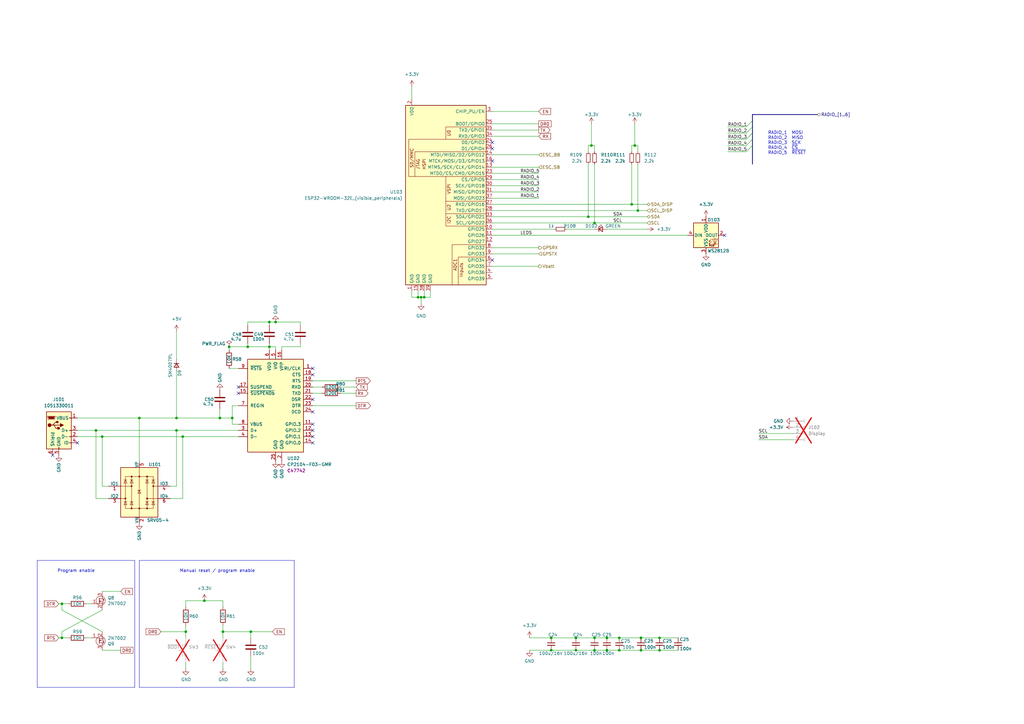
<source format=kicad_sch>
(kicad_sch (version 20231120) (generator "eeschema") (generator_version "8.0")
  (paper "A3")
  (lib_symbols
    (symbol "Airsupplies:ESP32-WROOM-32E_(visible_peripherals)"
      (property "Reference" "U" (at -12.7 40.64 0))
      (property "Value" "ESP32-WROOM-32E_(visible_peripherals)" (at -12.7 38.1 0))
      (symbol "ESP32-WROOM-32E_(visible_peripherals)_0_0"
        (text "inputs" (at 6.35 -33.655 900) (effects (font (size 1.27 1.27)) (justify left)))
        (text "SD/MMC" (at -13.97 15.24 900) (effects (font (size 1.27 1.27))))
        (pin power_in line (at -13.97 -39.37 90) (length 2.54) (name "GND") (number "1"))
        (pin bidirectional line (at 19.05 -13.97 180) (length 2.54) (name "GPIO25") (number "10"))
        (pin bidirectional line (at 19.05 -16.51 180) (length 2.54) (name "GPIO26") (number "11"))
        (pin bidirectional line (at 19.05 -19.05 180) (length 2.54) (name "GPIO27") (number "12"))
        (pin bidirectional line (at 19.05 11.43 180) (length 2.54) (name "MTMS/SCK/CLK/GPIO14") (number "13"))
        (pin bidirectional line (at 19.05 16.51 180) (length 2.54) (name "MTDI/MISO/D2/GPIO12") (number "14"))
        (pin bidirectional line (at 19.05 13.97 180) (length 2.54) (name "MTCK/MOSI/D3/GPIO13") (number "16"))
        (pin no_connect line (at -19.05 3.81 0) (length 2.54) hide (name "NC") (number "17"))
        (pin no_connect line (at -19.05 1.27 0) (length 2.54) hide (name "NC") (number "18"))
        (pin no_connect line (at -19.05 -1.27 0) (length 2.54) hide (name "NC") (number "19"))
        (pin power_in line (at -13.97 39.37 270) (length 2.54) (name "VDD") (number "2"))
        (pin no_connect line (at -19.05 -3.81 0) (length 2.54) hide (name "NC") (number "20"))
        (pin no_connect line (at -19.05 -6.35 0) (length 2.54) hide (name "NC") (number "21"))
        (pin no_connect line (at -19.05 -8.89 0) (length 2.54) hide (name "NC") (number "22"))
        (pin bidirectional line (at 19.05 8.89 180) (length 2.54) (name "MTDO/CS/CMD/GPIO15") (number "23"))
        (pin bidirectional line (at 19.05 21.59 180) (length 2.54) (name "D0/GPIO2") (number "24"))
        (pin bidirectional line (at 19.05 29.21 180) (length 2.54) (name "BOOT/GPIO0") (number "25"))
        (pin bidirectional line (at 19.05 19.05 180) (length 2.54) (name "D1/GPIO4") (number "26"))
        (pin bidirectional line (at 19.05 -3.81 180) (length 2.54) (name "RXD/GPIO16") (number "27"))
        (pin bidirectional line (at 19.05 -6.35 180) (length 2.54) (name "TXD/GPIO17") (number "28"))
        (pin bidirectional line (at 19.05 6.35 180) (length 2.54) (name "CS/GPIO5") (number "29"))
        (pin input line (at 19.05 34.29 180) (length 2.54) (name "CHIP_PU/EN") (number "3"))
        (pin bidirectional line (at 19.05 3.81 180) (length 2.54) (name "SCK/GPIO18") (number "30"))
        (pin bidirectional line (at 19.05 1.27 180) (length 2.54) (name "MISO/GPIO19") (number "31"))
        (pin bidirectional line (at 19.05 -8.89 180) (length 2.54) (name "SDA/GPIO21") (number "33"))
        (pin bidirectional line (at 19.05 24.13 180) (length 2.54) (name "RXD/GPIO3") (number "34"))
        (pin bidirectional line (at 19.05 26.67 180) (length 2.54) (name "TXD/GPIO1") (number "35"))
        (pin bidirectional line (at 19.05 -11.43 180) (length 2.54) (name "SCL/GPIO22") (number "36"))
        (pin bidirectional line (at 19.05 -1.27 180) (length 2.54) (name "MOSI/GPIO23") (number "37"))
        (pin input line (at 19.05 -31.75 180) (length 2.54) (name "GPIO36") (number "4"))
        (pin input line (at 19.05 -34.29 180) (length 2.54) (name "GPIO39") (number "5"))
        (pin input line (at 19.05 -26.67 180) (length 2.54) (name "GPIO34") (number "6"))
        (pin input line (at 19.05 -29.21 180) (length 2.54) (name "GPIO35") (number "7"))
        (pin bidirectional line (at 19.05 -21.59 180) (length 2.54) (name "GPIO32") (number "8"))
        (pin bidirectional line (at 19.05 -24.13 180) (length 2.54) (name "GPIO33") (number "9"))
      )
      (symbol "ESP32-WROOM-32E_(visible_peripherals)_1_1"
        (text "ADC1" (at 3.81 -28.575 900) (effects (font (size 1.27 1.27))))
        (text "HSPI" (at -8.89 12.7 900) (effects (font (size 1.27 1.27))))
        (text "I2C" (at 1.27 -10.16 900) (effects (font (size 1.27 1.27))))
        (text "JTAG" (at -11.43 12.7 900) (effects (font (size 1.27 1.27))))
        (text "U0" (at 1.27 25.4 900) (effects (font (size 1.27 1.27))))
        (text "U2" (at 1.27 -5.08 900) (effects (font (size 1.27 1.27))))
        (text "VSPI" (at 1.27 2.54 900) (effects (font (size 1.27 1.27))))
        (pin power_in line (at -11.43 -39.37 90) (length 2.54) (name "GND") (number "15"))
        (pin no_connect line (at -19.05 -11.43 0) (length 2.54) hide (name "NC") (number "32"))
        (pin power_in line (at -8.89 -39.37 90) (length 2.54) (name "GND") (number "38"))
        (pin power_in line (at -6.35 -39.37 90) (length 2.54) (name "GND") (number "39"))
      )
    )
    (symbol "Confocal:CP2104-F03-GMR" (pin_names (offset 1.016))
      (property "Reference" "U" (at -5.08 22.225 0))
      (property "Value" "CP2104-F03-GMR" (at -5.08 20.32 0))
      (property "LCSC" "C47742" (at 0 0 0))
      (symbol "CP2104-F03-GMR_1_1"
        (pin bidirectional line (at 15.24 15.24 180) (length 3.81) (name "RI/CLK") (number "1"))
        (pin no_connect line (at 10.16 -22.86 90) (length 3.81) hide (name "NC") (number "10"))
        (pin bidirectional line (at 15.24 -7.62 180) (length 3.81) (name "GPIO.3") (number "11"))
        (pin bidirectional line (at 15.24 -10.16 180) (length 3.81) (name "GPIO.2") (number "12"))
        (pin bidirectional line (at 15.24 -12.7 180) (length 3.81) (name "GPIO.1") (number "13"))
        (pin bidirectional line (at 15.24 -15.24 180) (length 3.81) (name "GPIO.0") (number "14"))
        (pin output line (at -15.24 5.08 0) (length 3.81) (name "~{SUSPENDb}") (number "15"))
        (pin output line (at 2.54 22.86 270) (length 3.81) (name "VPP") (number "16"))
        (pin output line (at -15.24 7.62 0) (length 3.81) (name "SUSPEND") (number "17"))
        (pin input line (at 15.24 12.7 180) (length 3.81) (name "CTS") (number "18"))
        (pin output line (at 15.24 10.16 180) (length 3.81) (name "RTS") (number "19"))
        (pin power_in line (at 2.54 -22.86 90) (length 3.81) (name "GND") (number "2"))
        (pin input line (at 15.24 7.62 180) (length 3.81) (name "RXD") (number "20"))
        (pin output line (at 15.24 5.08 180) (length 3.81) (name "TXD") (number "21"))
        (pin input line (at 15.24 2.54 180) (length 3.81) (name "DSR") (number "22"))
        (pin output line (at 15.24 0 180) (length 3.81) (name "DTR") (number "23"))
        (pin input line (at 15.24 -2.54 180) (length 3.81) (name "DCD") (number "24"))
        (pin power_in line (at 0 -22.86 90) (length 3.81) (name "GND") (number "25"))
        (pin bidirectional line (at -15.24 -10.16 0) (length 3.81) (name "D+") (number "3"))
        (pin bidirectional line (at -15.24 -12.7 0) (length 3.81) (name "D-") (number "4"))
        (pin power_in line (at 0 22.86 270) (length 3.81) (name "VIO") (number "5"))
        (pin power_in line (at -2.54 22.86 270) (length 3.81) (name "VDD") (number "6"))
        (pin power_in line (at -15.24 0 0) (length 3.81) (name "REGIN") (number "7"))
        (pin input line (at -15.24 -7.62 0) (length 3.81) (name "VBUS") (number "8"))
        (pin input line (at -15.24 15.24 0) (length 3.81) (name "~{RSTb}") (number "9"))
      )
    )
    (symbol "Connector:Conn_01x04_Socket" (pin_names (offset 1.016) hide)
      (property "Reference" "J" (at 0 5.08 0))
      (property "Value" "Conn_01x04_Socket" (at 0 -7.62 0))
      (symbol "Conn_01x04_Socket_1_1"
        (pin passive line (at -5.08 2.54 0) (length 3.81) (name "Pin_1") (number "1"))
        (pin passive line (at -5.08 0 0) (length 3.81) (name "Pin_2") (number "2"))
        (pin passive line (at -5.08 -2.54 0) (length 3.81) (name "Pin_3") (number "3"))
        (pin passive line (at -5.08 -5.08 0) (length 3.81) (name "Pin_4") (number "4"))
      )
    )
    (symbol "Connector:USB_B_Mini" (pin_names (offset 1.016))
      (property "Reference" "J" (at -5.08 11.43 0))
      (property "Value" "USB_B_Mini" (at -5.08 8.89 0))
      (symbol "USB_B_Mini_1_1"
        (pin power_out line (at 7.62 5.08 180) (length 2.54) (name "VBUS") (number "1"))
        (pin bidirectional line (at 7.62 -2.54 180) (length 2.54) (name "D-") (number "2"))
        (pin bidirectional line (at 7.62 0 180) (length 2.54) (name "D+") (number "3"))
        (pin passive line (at 7.62 -5.08 180) (length 2.54) (name "ID") (number "4"))
        (pin power_out line (at 0 -10.16 90) (length 2.54) (name "GND") (number "5"))
        (pin passive line (at -2.54 -10.16 90) (length 2.54) (name "Shield") (number "6"))
      )
    )
    (symbol "Device:C" (pin_numbers hide) (pin_names (offset 0.254))
      (property "Reference" "C" (at 0.635 2.54 0))
      (property "Value" "C" (at 0.635 -2.54 0))
      (symbol "C_1_1"
        (pin passive line (at 0 3.81 270) (length 2.794) (name "~") (number "1"))
        (pin passive line (at 0 -3.81 90) (length 2.794) (name "~") (number "2"))
      )
    )
    (symbol "Device:C_Small" (pin_numbers hide) (pin_names (offset 0.254) hide)
      (property "Reference" "C" (at 0.254 1.778 0))
      (property "Value" "C_Small" (at 0.254 -2.032 0))
      (symbol "C_Small_1_1"
        (pin passive line (at 0 2.54 270) (length 2.032) (name "~") (number "1"))
        (pin passive line (at 0 -2.54 90) (length 2.032) (name "~") (number "2"))
      )
    )
    (symbol "Device:D_Small" (pin_numbers hide) (pin_names (offset 0.254) hide)
      (property "Reference" "D" (at -1.27 2.032 0))
      (property "Value" "D_Small" (at -3.81 -2.032 0))
      (symbol "D_Small_1_1"
        (pin passive line (at -2.54 0 0) (length 1.778) (name "K") (number "1"))
        (pin passive line (at 2.54 0 180) (length 1.778) (name "A") (number "2"))
      )
    )
    (symbol "Device:LED_Small" (pin_numbers hide) (pin_names (offset 0.254) hide)
      (property "Reference" "D" (at -1.27 3.175 0))
      (property "Value" "LED_Small" (at -4.445 -2.54 0))
      (symbol "LED_Small_1_1"
        (pin passive line (at -2.54 0 0) (length 1.778) (name "K") (number "1"))
        (pin passive line (at 2.54 0 180) (length 1.778) (name "A") (number "2"))
      )
    )
    (symbol "Device:R" (pin_numbers hide) (pin_names (offset 0))
      (property "Reference" "R" (at 2.032 0 90))
      (property "Value" "R" (at 0 0 90))
      (symbol "R_1_1"
        (pin passive line (at 0 3.81 270) (length 1.27) (name "~") (number "1"))
        (pin passive line (at 0 -3.81 90) (length 1.27) (name "~") (number "2"))
      )
    )
    (symbol "Device:R_Small" (pin_numbers hide) (pin_names (offset 0.254) hide)
      (property "Reference" "R" (at 0.762 0.508 0))
      (property "Value" "R_Small" (at 0.762 -1.016 0))
      (symbol "R_Small_1_1"
        (pin passive line (at 0 2.54 270) (length 0.762) (name "~") (number "1"))
        (pin passive line (at 0 -2.54 90) (length 0.762) (name "~") (number "2"))
      )
    )
    (symbol "LED:WS2812B" (pin_names (offset 0.254))
      (property "Reference" "D" (at 5.08 5.715 0))
      (property "Value" "WS2812B" (at 1.27 -5.715 0))
      (symbol "WS2812B_0_0"
        (text "RGB" (at 2.286 -4.191 0) (effects (font (size 0.762 0.762))))
      )
      (symbol "WS2812B_1_1"
        (pin power_in line (at 0 7.62 270) (length 2.54) (name "VDD") (number "1"))
        (pin output line (at 7.62 0 180) (length 2.54) (name "DOUT") (number "2"))
        (pin power_in line (at 0 -7.62 90) (length 2.54) (name "VSS") (number "3"))
        (pin input line (at -7.62 0 0) (length 2.54) (name "DIN") (number "4"))
      )
    )
    (symbol "Power_Protection:SRV05-4" (pin_names (offset 0))
      (property "Reference" "U" (at -5.08 11.43 0))
      (property "Value" "SRV05-4" (at 2.54 11.43 0))
      (symbol "SRV05-4_1_1"
        (pin passive line (at -12.7 2.54 0) (length 5.08) (name "IO1") (number "1"))
        (pin passive line (at 0 -12.7 90) (length 2.54) (name "VN") (number "2"))
        (pin passive line (at -12.7 -2.54 0) (length 5.08) (name "IO2") (number "3"))
        (pin passive line (at 12.7 2.54 180) (length 5.08) (name "IO3") (number "4"))
        (pin passive line (at 0 12.7 270) (length 2.54) (name "VP") (number "5"))
        (pin passive line (at 12.7 -2.54 180) (length 5.08) (name "IO4") (number "6"))
      )
    )
    (symbol "SmartBox4-0V1.2-rescue:NFET_small-AirSupplies-Repeater_4x_V1_0-rescue-Repeater_4x_USB_V1.1-rescue" (pin_names (offset 0) hide)
      (property "Reference" "Q" (at 4.826 1.016 0))
      (property "Value" "NFET_small-AirSupplies-Repeater_4x_V1_0-rescue-Repeater_4x_USB_V1.1-rescue" (at 1.27 2.413 0))
      (symbol "NFET_small-AirSupplies-Repeater_4x_V1_0-rescue-Repeater_4x_USB_V1.1-rescue_1_1"
        (pin input line (at -3.175 -1.27 0) (length 2.54) (name "B") (number "1"))
        (pin passive line (at 1.27 -3.81 90) (length 2.54) (name "E") (number "2"))
        (pin passive line (at 1.27 3.81 270) (length 2.54) (name "C") (number "3"))
      )
    )
    (symbol "Switch:SW_Push" (pin_numbers hide) (pin_names (offset 1.016) hide)
      (property "Reference" "SW" (at 1.27 2.54 0))
      (property "Value" "SW_Push" (at 0 -1.524 0))
      (symbol "SW_Push_0_1"
        (pin passive line (at -5.08 0 0) (length 2.54) (name "1") (number "1"))
        (pin passive line (at 5.08 0 180) (length 2.54) (name "2") (number "2"))
      )
    )
    (symbol "power:+3.3V" (power) (pin_names (offset 0))
      (property "Value" "+3.3V" (at 0 3.556 0))
      (symbol "+3.3V_1_1"
        (pin power_in line (at 0 0 90) (length 0) hide (name "+3.3V") (number "1"))
      )
    )
    (symbol "power:+5V" (power) (pin_names (offset 0))
      (property "Value" "+5V" (at 0 3.556 0))
      (symbol "+5V_1_1"
        (pin power_in line (at 0 0 90) (length 0) hide (name "+5V") (number "1"))
      )
    )
    (symbol "power:GND" (power) (pin_names (offset 0))
      (property "Value" "GND" (at 0 -3.81 0))
      (symbol "GND_1_1"
        (pin power_in line (at 0 0 270) (length 0) hide (name "GND") (number "1"))
      )
    )
    (symbol "power:PWR_FLAG" (power) (pin_numbers hide) (pin_names (offset 0) hide)
      (property "Value" "PWR_FLAG" (at 0 3.81 0))
      (symbol "PWR_FLAG_0_0"
        (pin power_out line (at 0 0 90) (length 0) (name "pwr") (number "1"))
      )
    )
  )
  (junction (at 76.2 259.08))
  (junction (at 57.15 171.45))
  (junction (at 259.08 83.82))
  (junction (at 39.37 176.53))
  (junction (at 243.84 266.7))
  (junction (at 254 261.62))
  (junction (at 95.25 171.45))
  (junction (at 243.84 261.62))
  (junction (at 91.44 259.08))
  (junction (at 270.51 261.62))
  (junction (at 270.51 266.7))
  (junction (at 236.22 266.7))
  (junction (at 171.45 121.92))
  (junction (at 226.06 266.7))
  (junction (at 83.82 246.38))
  (junction (at 248.92 261.62))
  (junction (at 72.39 176.53))
  (junction (at 248.92 266.7))
  (junction (at 101.6 142.24))
  (junction (at 254 266.7))
  (junction (at 173.99 121.92))
  (junction (at 243.84 91.44))
  (junction (at 102.87 259.08))
  (junction (at 261.62 86.36))
  (junction (at 242.57 59.69))
  (junction (at 110.49 142.24))
  (junction (at 236.22 261.62))
  (junction (at 113.03 132.08))
  (junction (at 110.49 132.08))
  (junction (at 262.89 266.7))
  (junction (at 90.17 171.45))
  (junction (at 241.3 88.9))
  (junction (at 25.4 247.65))
  (junction (at 226.06 261.62))
  (junction (at 262.89 261.62))
  (junction (at 25.4 261.62))
  (junction (at 41.91 179.07))
  (junction (at 93.98 142.24))
  (junction (at 172.72 121.92))
  (junction (at 72.39 171.45))
  (junction (at 260.35 59.69))
  (junction (at 74.93 179.07))
  (no_connect (at 201.93 106.68))
  (no_connect (at 201.93 60.96))
  (no_connect (at 128.27 163.83))
  (no_connect (at 201.93 58.42))
  (no_connect (at 297.18 96.52))
  (no_connect (at 128.27 168.91))
  (no_connect (at 97.79 158.75))
  (no_connect (at 97.79 161.29))
  (no_connect (at 128.27 151.13))
  (no_connect (at 21.59 186.69))
  (no_connect (at 128.27 173.99))
  (no_connect (at 31.75 181.61))
  (no_connect (at 128.27 181.61))
  (no_connect (at 128.27 176.53))
  (no_connect (at 128.27 179.07))
  (no_connect (at 128.27 153.67))
  (no_connect (at 201.93 66.04))
  (bus_entry (at 308.61 57.15) (size -2.54 2.54))
  (bus_entry (at 308.61 59.69) (size -2.54 2.54))
  (bus_entry (at 308.61 54.61) (size -2.54 2.54))
  (bus_entry (at 308.61 52.07) (size -2.54 2.54))
  (bus_entry (at 308.61 49.53) (size -2.54 2.54))
  (wire (pts (xy 57.15 171.45) (xy 57.15 189.23)))
  (wire (pts (xy 226.06 261.62) (xy 236.22 261.62)))
  (wire (pts (xy 41.91 179.07) (xy 41.91 199.39)))
  (wire (pts (xy 220.98 68.58) (xy 201.93 68.58)))
  (wire (pts (xy 201.93 73.66) (xy 220.98 73.66)))
  (wire (pts (xy 115.57 143.51) (xy 115.57 142.24)))
  (wire (pts (xy 243.84 91.44) (xy 265.43 91.44)))
  (bus (pts (xy 308.61 57.15) (xy 308.61 59.69)))
  (wire (pts (xy 201.93 78.74) (xy 220.98 78.74)))
  (wire (pts (xy 101.6 132.08) (xy 110.49 132.08)))
  (wire (pts (xy 261.62 86.36) (xy 201.93 86.36)))
  (wire (pts (xy 265.43 83.82) (xy 259.08 83.82)))
  (wire (pts (xy 172.72 121.92) (xy 172.72 124.46)))
  (wire (pts (xy 242.57 50.8) (xy 242.57 59.69)))
  (wire (pts (xy 72.39 176.53) (xy 97.79 176.53)))
  (wire (pts (xy 298.45 59.69) (xy 306.07 59.69)))
  (wire (pts (xy 311.15 177.8) (xy 325.12 177.8)))
  (wire (pts (xy 232.41 93.98) (xy 243.84 93.98)))
  (wire (pts (xy 311.15 180.34) (xy 325.12 180.34)))
  (wire (pts (xy 236.22 266.7) (xy 243.84 266.7)))
  (wire (pts (xy 172.72 121.92) (xy 173.99 121.92)))
  (wire (pts (xy 101.6 142.24) (xy 110.49 142.24)))
  (polyline (pts (xy 57.15 229.87) (xy 120.65 229.87)))
  (wire (pts (xy 254 261.62) (xy 262.89 261.62)))
  (wire (pts (xy 242.57 59.69) (xy 243.84 59.69)))
  (wire (pts (xy 139.7 161.29) (xy 146.05 161.29)))
  (wire (pts (xy 93.98 143.51) (xy 93.98 142.24)))
  (wire (pts (xy 248.92 266.7) (xy 254 266.7)))
  (wire (pts (xy 110.49 133.35) (xy 110.49 132.08)))
  (wire (pts (xy 115.57 142.24) (xy 123.19 142.24)))
  (wire (pts (xy 95.25 171.45) (xy 95.25 173.99)))
  (wire (pts (xy 173.99 121.92) (xy 176.53 121.92)))
  (wire (pts (xy 298.45 52.07) (xy 306.07 52.07)))
  (wire (pts (xy 132.08 158.75) (xy 128.27 158.75)))
  (wire (pts (xy 76.2 246.38) (xy 83.82 246.38)))
  (wire (pts (xy 113.03 142.24) (xy 113.03 143.51)))
  (wire (pts (xy 91.44 256.54) (xy 91.44 259.08)))
  (wire (pts (xy 110.49 142.24) (xy 113.03 142.24)))
  (wire (pts (xy 259.08 59.69) (xy 259.08 62.23)))
  (wire (pts (xy 25.4 261.62) (xy 27.94 261.62)))
  (wire (pts (xy 168.91 35.56) (xy 168.91 40.64)))
  (wire (pts (xy 69.85 204.47) (xy 74.93 204.47)))
  (wire (pts (xy 123.19 132.08) (xy 113.03 132.08)))
  (wire (pts (xy 261.62 67.31) (xy 261.62 86.36)))
  (wire (pts (xy 260.35 59.69) (xy 261.62 59.69)))
  (wire (pts (xy 201.93 93.98) (xy 227.33 93.98)))
  (wire (pts (xy 72.39 152.4) (xy 72.39 171.45)))
  (wire (pts (xy 91.44 259.08) (xy 102.87 259.08)))
  (wire (pts (xy 201.93 76.2) (xy 220.98 76.2)))
  (wire (pts (xy 97.79 166.37) (xy 95.25 166.37)))
  (wire (pts (xy 248.92 93.98) (xy 265.43 93.98)))
  (wire (pts (xy 44.45 204.47) (xy 39.37 204.47)))
  (wire (pts (xy 93.98 142.24) (xy 101.6 142.24)))
  (wire (pts (xy 248.92 261.62) (xy 254 261.62)))
  (wire (pts (xy 31.75 176.53) (xy 39.37 176.53)))
  (wire (pts (xy 41.91 250.19) (xy 25.4 259.08)))
  (wire (pts (xy 83.82 246.38) (xy 91.44 246.38)))
  (wire (pts (xy 243.84 67.31) (xy 243.84 91.44)))
  (wire (pts (xy 101.6 132.08) (xy 101.6 133.35)))
  (wire (pts (xy 76.2 259.08) (xy 76.2 261.62)))
  (wire (pts (xy 123.19 133.35) (xy 123.19 132.08)))
  (wire (pts (xy 95.25 166.37) (xy 95.25 171.45)))
  (wire (pts (xy 168.91 121.92) (xy 168.91 119.38)))
  (wire (pts (xy 270.51 261.62) (xy 278.13 261.62)))
  (wire (pts (xy 72.39 171.45) (xy 90.17 171.45)))
  (wire (pts (xy 201.93 71.12) (xy 220.98 71.12)))
  (wire (pts (xy 217.17 261.62) (xy 226.06 261.62)))
  (wire (pts (xy 95.25 173.99) (xy 97.79 173.99)))
  (polyline (pts (xy 15.24 281.94) (xy 15.24 229.87)))
  (wire (pts (xy 243.84 261.62) (xy 248.92 261.62)))
  (wire (pts (xy 113.03 132.08) (xy 110.49 132.08)))
  (wire (pts (xy 72.39 199.39) (xy 72.39 176.53)))
  (polyline (pts (xy 55.245 281.94) (xy 15.24 281.94)))
  (wire (pts (xy 31.75 179.07) (xy 41.91 179.07)))
  (wire (pts (xy 35.56 261.62) (xy 37.465 261.62)))
  (wire (pts (xy 91.44 261.62) (xy 91.44 259.08)))
  (wire (pts (xy 201.93 88.9) (xy 241.3 88.9)))
  (wire (pts (xy 76.2 246.38) (xy 76.2 248.92)))
  (wire (pts (xy 220.98 50.8) (xy 201.93 50.8)))
  (wire (pts (xy 261.62 59.69) (xy 261.62 62.23)))
  (wire (pts (xy 241.3 88.9) (xy 265.43 88.9)))
  (wire (pts (xy 76.2 274.32) (xy 76.2 271.78)))
  (wire (pts (xy 217.17 266.7) (xy 226.06 266.7)))
  (wire (pts (xy 76.2 259.08) (xy 66.04 259.08)))
  (wire (pts (xy 102.87 259.08) (xy 102.87 261.62)))
  (wire (pts (xy 41.91 266.7) (xy 49.53 266.7)))
  (wire (pts (xy 201.93 96.52) (xy 281.94 96.52)))
  (wire (pts (xy 259.08 59.69) (xy 260.35 59.69)))
  (wire (pts (xy 90.17 171.45) (xy 95.25 171.45)))
  (wire (pts (xy 173.99 121.92) (xy 173.99 119.38)))
  (wire (pts (xy 226.06 266.7) (xy 236.22 266.7)))
  (wire (pts (xy 128.27 166.37) (xy 146.05 166.37)))
  (wire (pts (xy 74.93 179.07) (xy 97.79 179.07)))
  (wire (pts (xy 220.98 101.6) (xy 201.93 101.6)))
  (wire (pts (xy 243.84 266.7) (xy 248.92 266.7)))
  (wire (pts (xy 69.85 199.39) (xy 72.39 199.39)))
  (wire (pts (xy 91.44 246.38) (xy 91.44 248.92)))
  (wire (pts (xy 262.89 266.7) (xy 270.51 266.7)))
  (polyline (pts (xy 120.65 281.94) (xy 57.15 281.94)))
  (wire (pts (xy 220.98 104.14) (xy 201.93 104.14)))
  (wire (pts (xy 260.35 50.8) (xy 260.35 59.69)))
  (wire (pts (xy 72.39 135.89) (xy 72.39 147.32)))
  (bus (pts (xy 335.28 46.99) (xy 308.61 46.99)))
  (wire (pts (xy 220.98 63.5) (xy 201.93 63.5)))
  (wire (pts (xy 110.49 140.97) (xy 110.49 142.24)))
  (wire (pts (xy 168.91 121.92) (xy 171.45 121.92)))
  (polyline (pts (xy 57.15 281.94) (xy 57.15 229.87)))
  (wire (pts (xy 171.45 121.92) (xy 172.72 121.92)))
  (wire (pts (xy 241.3 59.69) (xy 242.57 59.69)))
  (wire (pts (xy 110.49 142.24) (xy 110.49 143.51)))
  (wire (pts (xy 76.2 256.54) (xy 76.2 259.08)))
  (wire (pts (xy 39.37 176.53) (xy 72.39 176.53)))
  (wire (pts (xy 25.4 247.65) (xy 25.4 250.19)))
  (wire (pts (xy 39.37 176.53) (xy 39.37 204.47)))
  (wire (pts (xy 220.98 109.22) (xy 201.93 109.22)))
  (wire (pts (xy 298.45 57.15) (xy 306.07 57.15)))
  (wire (pts (xy 97.79 151.13) (xy 93.98 151.13)))
  (wire (pts (xy 201.93 81.28) (xy 220.98 81.28)))
  (wire (pts (xy 243.84 59.69) (xy 243.84 62.23)))
  (wire (pts (xy 41.91 179.07) (xy 74.93 179.07)))
  (wire (pts (xy 241.3 59.69) (xy 241.3 62.23)))
  (bus (pts (xy 308.61 46.99) (xy 308.61 49.53)))
  (wire (pts (xy 262.89 261.62) (xy 270.51 261.62)))
  (wire (pts (xy 102.87 269.24) (xy 102.87 274.32)))
  (wire (pts (xy 128.27 156.21) (xy 146.05 156.21)))
  (wire (pts (xy 35.56 247.65) (xy 37.465 247.65)))
  (polyline (pts (xy 120.65 229.87) (xy 120.65 281.94)))
  (wire (pts (xy 259.08 67.31) (xy 259.08 83.82)))
  (wire (pts (xy 101.6 140.97) (xy 101.6 142.24)))
  (wire (pts (xy 270.51 266.7) (xy 278.13 266.7)))
  (wire (pts (xy 74.93 204.47) (xy 74.93 179.07)))
  (wire (pts (xy 102.87 259.08) (xy 111.76 259.08)))
  (polyline (pts (xy 15.24 229.87) (xy 55.245 229.87)))
  (wire (pts (xy 132.08 161.29) (xy 128.27 161.29)))
  (wire (pts (xy 123.19 142.24) (xy 123.19 140.97)))
  (wire (pts (xy 31.75 171.45) (xy 57.15 171.45)))
  (wire (pts (xy 139.7 158.75) (xy 146.05 158.75)))
  (bus (pts (xy 308.61 52.07) (xy 308.61 54.61)))
  (wire (pts (xy 25.4 250.19) (xy 41.91 259.08)))
  (bus (pts (xy 308.61 59.69) (xy 308.61 67.31)))
  (wire (pts (xy 91.44 274.32) (xy 91.44 271.78)))
  (wire (pts (xy 220.98 55.88) (xy 201.93 55.88)))
  (wire (pts (xy 298.45 62.23) (xy 306.07 62.23)))
  (wire (pts (xy 57.15 171.45) (xy 72.39 171.45)))
  (wire (pts (xy 254 266.7) (xy 262.89 266.7)))
  (wire (pts (xy 241.3 67.31) (xy 241.3 88.9)))
  (wire (pts (xy 220.98 53.34) (xy 201.93 53.34)))
  (wire (pts (xy 220.98 45.72) (xy 201.93 45.72)))
  (wire (pts (xy 25.4 247.65) (xy 24.13 247.65)))
  (wire (pts (xy 176.53 119.38) (xy 176.53 121.92)))
  (wire (pts (xy 25.4 261.62) (xy 24.13 261.62)))
  (wire (pts (xy 171.45 119.38) (xy 171.45 121.92)))
  (wire (pts (xy 201.93 91.44) (xy 243.84 91.44)))
  (wire (pts (xy 259.08 83.82) (xy 201.93 83.82)))
  (wire (pts (xy 25.4 247.65) (xy 27.94 247.65)))
  (wire (pts (xy 44.45 199.39) (xy 41.91 199.39)))
  (wire (pts (xy 49.53 242.57) (xy 41.91 242.57)))
  (wire (pts (xy 298.45 54.61) (xy 306.07 54.61)))
  (wire (pts (xy 236.22 261.62) (xy 243.84 261.62)))
  (bus (pts (xy 308.61 49.53) (xy 308.61 52.07)))
  (wire (pts (xy 25.4 261.62) (xy 25.4 259.08)))
  (wire (pts (xy 90.17 167.64) (xy 90.17 171.45)))
  (bus (pts (xy 308.61 54.61) (xy 308.61 57.15)))
  (wire (pts (xy 265.43 86.36) (xy 261.62 86.36)))
  (polyline (pts (xy 55.245 229.87) (xy 55.245 281.94)))
  (text "Program enable" (at 23.495 234.95 0) (effects (font (size 1.27 1.27)) (justify left bottom)))
  (text "RADIO_1  MOSI\nRADIO_2  MISO\nRADIO_3  SCK\nRADIO_4  ~{CS}\nRADIO_5  ~{RESET}\n" (at 314.96 63.5 0) (effects (font (size 1.27 1.27)) (justify left bottom)))
  (text "Manual reset / program enable" (at 73.66 234.95 0) (effects (font (size 1.27 1.27)) (justify left bottom)))
  (label "RADIO_2" (at 213.36 78.74 0))
  (label "RADIO_3" (at 298.45 57.15 0))
  (label "RADIO_4" (at 213.36 73.66 0))
  (label "SDA" (at 311.15 180.34 0))
  (label "SCL" (at 311.15 177.8 0))
  (label "RADIO_5" (at 298.45 62.23 0))
  (label "RADIO_5" (at 213.36 71.12 0))
  (label "RADIO_1" (at 213.36 81.28 0))
  (label "RADIO_2" (at 298.45 54.61 0))
  (label "RADIO_3" (at 213.36 76.2 0))
  (label "SDA" (at 251.46 88.9 0))
  (label "LEDS" (at 213.36 96.52 0))
  (label "RADIO_4" (at 298.45 59.69 0))
  (label "SCL" (at 251.46 91.44 0))
  (label "RADIO_1" (at 298.45 52.07 0))
  (global_label "TX" (shape input) (at 146.05 158.75 0) (property "Intersheetrefs" "${INTERSHEET_REFS}" (effects (hide yes))))
  (global_label "RTS" (shape input) (at 24.13 261.62 180) (property "Intersheetrefs" "${INTERSHEET_REFS}" (effects (hide yes))))
  (global_label "DR0" (shape input) (at 66.04 259.08 180) (property "Intersheetrefs" "${INTERSHEET_REFS}" (effects (hide yes))))
  (global_label "EN" (shape input) (at 111.76 259.08 0) (property "Intersheetrefs" "${INTERSHEET_REFS}" (effects (hide yes))))
  (global_label "EN" (shape input) (at 49.53 242.57 0) (property "Intersheetrefs" "${INTERSHEET_REFS}" (effects (hide yes))))
  (global_label "TX" (shape output) (at 220.98 53.34 0) (property "Intersheetrefs" "${INTERSHEET_REFS}" (effects (hide yes))))
  (global_label "RX" (shape output) (at 146.05 161.29 0) (property "Intersheetrefs" "${INTERSHEET_REFS}" (effects (hide yes))))
  (global_label "DTR" (shape input) (at 24.13 247.65 180) (property "Intersheetrefs" "${INTERSHEET_REFS}" (effects (hide yes))))
  (global_label "DR0" (shape passive) (at 49.53 266.7 0) (property "Intersheetrefs" "${INTERSHEET_REFS}" (effects (hide yes))))
  (global_label "EN" (shape input) (at 220.98 45.72 0) (property "Intersheetrefs" "${INTERSHEET_REFS}" (effects (hide yes))))
  (global_label "DTR" (shape output) (at 146.05 166.37 0) (property "Intersheetrefs" "${INTERSHEET_REFS}" (effects (hide yes))))
  (global_label "RTS" (shape output) (at 146.05 156.21 0) (property "Intersheetrefs" "${INTERSHEET_REFS}" (effects (hide yes))))
  (global_label "RX" (shape input) (at 220.98 55.88 0) (property "Intersheetrefs" "${INTERSHEET_REFS}" (effects (hide yes))))
  (global_label "DR0" (shape passive) (at 220.98 50.8 0) (property "Intersheetrefs" "${INTERSHEET_REFS}" (effects (hide yes))))
  (hierarchical_label "Vbatt" (shape output) (at 220.98 109.22 0))
  (hierarchical_label "ESC_BB" (shape input) (at 220.98 63.5 0))
  (hierarchical_label "SDA" (shape bidirectional) (at 265.43 88.9 0))
  (hierarchical_label "ESC_SB" (shape input) (at 220.98 68.58 0))
  (hierarchical_label "GPSRX" (shape output) (at 220.98 101.6 0))
  (hierarchical_label "SCL" (shape input) (at 265.43 91.44 0))
  (hierarchical_label "GPSTX" (shape input) (at 220.98 104.14 0))
  (hierarchical_label "RADIO_[1..6]" (shape bidirectional) (at 335.28 46.99 0))
  (hierarchical_label "SCL_DISP" (shape input) (at 265.43 86.36 0))
  (hierarchical_label "SDA_DISP" (shape bidirectional) (at 265.43 83.82 0))
  (symbol (lib_id "power:+3.3V") (at 83.82 246.38 0) (unit 1)
    (property "Reference" "#PWR0105" (effects (hide yes)))
    (property "Value" "+3.3V" (at 83.82 241.3 0))
  )
  (symbol (lib_id "Device:C") (at 123.19 137.16 0) (unit 1)
    (property "Reference" "C51" (at 116.84 137.16 0) (effects (justify left)))
    (property "Value" "4.7u" (at 116.205 139.065 0) (effects (justify left)))
    (property "Footprint" "A_Device:C_0603" (effects (hide yes)))
    (property "LCSC" "C19666" (effects (hide yes)))
    (instances (project "Smartbox4.0_V1.3" (path "" (reference "C51") (unit 1))) (project "Nice-Buoy-V1_1" (path "" (reference "C105") (unit 1))))
  )
  (symbol (lib_id "Connector:USB_B_Mini") (at 24.13 176.53 0) (unit 1)
    (property "Reference" "J101" (at 24.13 163.83 0))
    (property "Value" "1051330011" (at 24.13 166.37 0))
    (property "Footprint" "Connector_USB:USB_Micro-B_Molex-105133-0001" (effects (hide yes)))
    (property "LCSC" "C586226" (effects (hide yes)))
  )
  (symbol (lib_id "Device:C") (at 101.6 137.16 0) (unit 1)
    (property "Reference" "C48" (at 95.25 137.16 0) (effects (justify left)))
    (property "Value" "4.7u" (at 94.615 139.065 0) (effects (justify left)))
    (property "Footprint" "A_Device:C_0603" (effects (hide yes)))
    (property "LCSC" "C19666" (effects (hide yes)))
    (instances (project "Smartbox4.0_V1.3" (path "" (reference "C48") (unit 1))) (project "Nice-Buoy-V1_1" (path "" (reference "C102") (unit 1))))
  )
  (symbol (lib_id "Device:C_Small") (at 236.22 264.16 0) (unit 1)
    (property "Reference" "C24" (at 234.95 260.35 0) (effects (justify left)))
    (property "Value" "100u/16V" (at 231.14 267.97 0) (effects (justify left)))
    (property "Footprint" "Capacitor_SMD:C_1210_3225Metric" (effects (hide yes)))
    (property "LCSC" "C90143" (effects (hide yes)))
    (instances (project "NIKOLA-02-E-001_PCAScannerController_R1" (path "" (reference "C24") (unit 1))) (project "Nice-Buoy-V1_1" (path "" (reference "C107") (unit 1))))
  )
  (symbol (lib_id "power:GND") (at 115.57 189.23 0) (unit 1)
    (property "Reference" "#PWR0122" (effects (hide yes)))
    (property "Value" "GND" (at 115.57 194.31 90))
    (instances (project "Smartbox4.0_V1.3" (path "" (reference "#PWR0122") (unit 1))) (project "Nice-Buoy-V1_1" (path "" (reference "#PWR0111") (unit 1))))
  )
  (symbol (lib_id "power:GND") (at 91.44 274.32 0) (unit 1)
    (property "Reference" "#PWR0123" (effects (hide yes)))
    (property "Value" "GND" (at 91.567 278.7142 0))
    (instances (project "Smartbox4.0_V1.3" (path "" (reference "#PWR0123") (unit 1))) (project "Nice-Buoy-V1_1" (path "" (reference "#PWR0107") (unit 1))))
  )
  (symbol (lib_id "power:GND") (at 90.17 160.02 180) (unit 1)
    (property "Reference" "#PWR080" (effects (hide yes)))
    (property "Value" "GND" (at 90.17 154.94 90))
    (instances (project "Smartbox4.0_V1.3" (path "" (reference "#PWR080") (unit 1))) (project "Nice-Buoy-V1_1" (path "" (reference "#PWR0106") (unit 1))))
  )
  (symbol (lib_id "Switch:SW_Push") (at 91.44 266.7 90) (unit 1) (in_bom no) (dnp yes)
    (property "Reference" "SW4" (at 92.6592 265.3792 90) (effects (justify right)))
    (property "Value" "~{RESET}" (at 83.82 265.43 90) (effects (justify right)))
    (property "Footprint" "Connector_PinHeader_2.54mm:PinHeader_1x02_P2.54mm_Vertical" (effects (hide yes)))
    (property "Farnell" "-" (effects (hide yes)))
    (instances (project "Smartbox4.0_V1.3" (path "" (reference "SW4") (unit 1))) (project "Nice-Buoy-V1_1" (path "" (reference "SW102") (unit 1))))
  )
  (symbol (lib_id "power:GND") (at 113.03 189.23 0) (unit 1)
    (property "Reference" "#PWR0121" (effects (hide yes)))
    (property "Value" "GND" (at 113.03 194.31 90))
    (instances (project "Smartbox4.0_V1.3" (path "" (reference "#PWR0121") (unit 1))) (project "Nice-Buoy-V1_1" (path "" (reference "#PWR0110") (unit 1))))
  )
  (symbol (lib_id "power:+3.3V") (at 325.12 175.26 90) (unit 1)
    (property "Reference" "#PWR0130" (effects (hide yes)))
    (property "Value" "+3.3V" (at 321.31 175.26 90) (effects (justify left)))
  )
  (symbol (lib_id "power:GND") (at 325.12 172.72 270) (unit 1)
    (property "Reference" "#PWR0129" (effects (hide yes)))
    (property "Value" "GND" (at 321.31 172.72 90) (effects (justify right)))
  )
  (symbol (lib_id "Device:C_Small") (at 278.13 264.16 0) (unit 1)
    (property "Reference" "C25" (at 278.765 262.255 0) (effects (justify left)))
    (property "Value" "100n" (at 278.765 266.065 0) (effects (justify left)))
    (property "Footprint" "A_Device:C_0603" (effects (hide yes)))
    (property "LCSC" "C14663" (effects (hide yes)))
    (instances (project "NIKOLA-02-E-001_PCAScannerController_R1" (path "" (reference "C25") (unit 1))) (project "Nice-Buoy-V1_1" (path "" (reference "C115") (unit 1))))
  )
  (symbol (lib_id "Confocal:CP2104-F03-GMR") (at 113.03 166.37 0) (unit 1)
    (property "Reference" "U102" (at 117.7641 187.96 0) (effects (justify left)))
    (property "Value" "CP2104-F03-GMR" (at 117.7641 190.5 0) (effects (justify left)))
    (property "Footprint" "Package_DFN_QFN:QFN-24-1EP_4x4mm_P0.5mm_EP2.6x2.6mm" (effects (hide yes)))
    (property "Datasheet" "https://datasheet.lcsc.com/lcsc/1809191938_SILICON-LABS-CP2104-F03-GMR_C47742.pdf" (effects (hide yes)))
    (property "LCSC" "C47742" (at 117.7641 193.04 0) (effects (justify left)))
  )
  (symbol (lib_id "Device:D_Small") (at 72.39 149.86 90) (mirror x) (unit 1)
    (property "Reference" "D9" (at 73.66 153.035 0))
    (property "Value" "SM4007PL" (at 69.85 149.86 0))
    (property "Footprint" "A_Device:D_SOD-123_2.85x1.8x1.3" (effects (hide yes)))
    (property "Datasheet" "https://datasheet.lcsc.com/lcsc/1809301215_MDD-Microdiode-Electronics-SM4007PL_C64898.pdf" (effects (hide yes)))
    (property "LCSC" "C64898 " (effects (hide yes)))
    (instances (project "Smartbox4.0_V1.3" (path "" (reference "D9") (unit 1))) (project "Nice-Buoy-V1_1" (path "" (reference "D101") (unit 1))))
  )
  (symbol (lib_id "SmartBox4-0V1.2-rescue:NFET_small-AirSupplies-Repeater_4x_V1_0-rescue-Repeater_4x_USB_V1.1-rescue") (at 40.64 262.89 0) (mirror x) (unit 1)
    (property "Reference" "Q9" (at 44.1452 264.0584 0) (effects (justify left)))
    (property "Value" "2N7002" (at 44.1452 261.747 0) (effects (justify left)))
    (property "Footprint" "A_IC_SOT:SOT-23_1.4x3_P0.95" (effects (hide yes)))
    (property "LCSC" "C8545" (effects (hide yes)))
    (property "Octopart" "C20917" (effects (hide yes)))
    (instances (project "Smartbox4.0_V1.3" (path "" (reference "Q9") (unit 1))) (project "Nice-Buoy-V1_1" (path "" (reference "Q102") (unit 1))))
  )
  (symbol (lib_id "Device:R") (at 91.44 252.73 0) (unit 1)
    (property "Reference" "R61" (at 92.71 252.73 0) (effects (justify left)))
    (property "Value" "10K" (at 91.44 252.73 90))
    (property "Footprint" "A_Device:R_0603" (effects (hide yes)))
    (property "Farnell" "2331736" (effects (hide yes)))
    (property "MF" "TE CONNECTIVITY" (effects (hide yes)))
    (property "MFN" "CRGH0603F10K" (effects (hide yes)))
    (property "LCSC" "C25804" (effects (hide yes)))
    (instances (project "Smartbox4.0_V1.3" (path "" (reference "R61") (unit 1))) (project "Nice-Buoy-V1_1" (path "" (reference "R104") (unit 1))))
  )
  (symbol (lib_id "Device:R") (at 93.98 147.32 0) (unit 1)
    (property "Reference" "R58" (at 95.25 147.32 0) (effects (justify left)))
    (property "Value" "10K" (at 93.98 147.32 90))
    (property "Footprint" "A_Device:R_0603" (effects (hide yes)))
    (property "Farnell" "2331736" (effects (hide yes)))
    (property "MF" "TE CONNECTIVITY" (effects (hide yes)))
    (property "MFN" "CRGH0603F10K" (effects (hide yes)))
    (property "LCSC" "C25804" (effects (hide yes)))
    (instances (project "Smartbox4.0_V1.3" (path "" (reference "R58") (unit 1))) (project "Nice-Buoy-V1_1" (path "" (reference "R105") (unit 1))))
  )
  (symbol (lib_id "Device:R_Small") (at 241.3 64.77 0) (mirror y) (unit 1)
    (property "Reference" "R109" (at 238.76 63.5 0) (effects (justify left)))
    (property "Value" "2.2k" (at 238.76 66.04 0) (effects (justify left)))
    (property "Footprint" "A_Device:R_0603" (effects (hide yes)))
  )
  (symbol (lib_id "Device:C_Small") (at 226.06 264.16 0) (unit 1)
    (property "Reference" "C24" (at 224.79 260.35 0) (effects (justify left)))
    (property "Value" "100u/16V" (at 220.98 267.97 0) (effects (justify left)))
    (property "Footprint" "Capacitor_SMD:C_1210_3225Metric" (effects (hide yes)))
    (property "LCSC" "C90143" (effects (hide yes)))
    (instances (project "NIKOLA-02-E-001_PCAScannerController_R1" (path "" (reference "C24") (unit 1))) (project "Nice-Buoy-V1_1" (path "" (reference "C106") (unit 1))))
  )
  (symbol (lib_id "Device:R_Small") (at 261.62 64.77 0) (unit 1)
    (property "Reference" "R112" (at 264.16 63.5 0) (effects (justify left)))
    (property "Value" "2.2k" (at 264.16 66.04 0) (effects (justify left)))
    (property "Footprint" "A_Device:R_0603" (effects (hide yes)))
  )
  (symbol (lib_id "power:GND") (at 76.2 274.32 0) (unit 1)
    (property "Reference" "#PWR081" (effects (hide yes)))
    (property "Value" "GND" (at 76.327 278.7142 0))
    (instances (project "Smartbox4.0_V1.3" (path "" (reference "#PWR081") (unit 1))) (project "Nice-Buoy-V1_1" (path "" (reference "#PWR0104") (unit 1))))
  )
  (symbol (lib_id "Device:R_Small") (at 259.08 64.77 0) (mirror y) (unit 1)
    (property "Reference" "R111" (at 256.54 63.5 0) (effects (justify left)))
    (property "Value" "2.2k" (at 256.54 66.04 0) (effects (justify left)))
    (property "Footprint" "A_Device:R_0603" (effects (hide yes)))
  )
  (symbol (lib_id "Device:C") (at 110.49 137.16 0) (unit 1)
    (property "Reference" "C49" (at 104.14 137.16 0) (effects (justify left)))
    (property "Value" "100n" (at 103.505 139.065 0) (effects (justify left)))
    (property "Footprint" "A_Device:C_0603" (effects (hide yes)))
    (property "LCSC" "C14663" (effects (hide yes)))
    (instances (project "Smartbox4.0_V1.3" (path "" (reference "C49") (unit 1))) (project "Nice-Buoy-V1_1" (path "" (reference "C104") (unit 1))))
  )
  (symbol (lib_id "Device:R_Small") (at 243.84 64.77 0) (unit 1)
    (property "Reference" "R110" (at 246.38 63.5 0) (effects (justify left)))
    (property "Value" "2.2k" (at 246.38 66.04 0) (effects (justify left)))
    (property "Footprint" "A_Device:R_0603" (effects (hide yes)))
  )
  (symbol (lib_id "Device:R") (at 31.75 247.65 270) (unit 1)
    (property "Reference" "R56" (at 31.75 245.11 90))
    (property "Value" "10K" (at 31.75 247.65 90))
    (property "Footprint" "A_Device:R_0603" (effects (hide yes)))
    (property "Farnell" "2331736" (effects (hide yes)))
    (property "MF" "TE CONNECTIVITY" (effects (hide yes)))
    (property "MFN" "CRGH0603F10K" (effects (hide yes)))
    (property "LCSC" "C25804" (effects (hide yes)))
    (instances (project "Smartbox4.0_V1.3" (path "" (reference "R56") (unit 1))) (project "Nice-Buoy-V1_1" (path "" (reference "R101") (unit 1))))
  )
  (symbol (lib_id "Device:C_Small") (at 248.92 264.16 0) (unit 1)
    (property "Reference" "C25" (at 247.015 260.35 0) (effects (justify left)))
    (property "Value" "100n" (at 247.015 267.97 0) (effects (justify left)))
    (property "Footprint" "A_Device:C_0603" (effects (hide yes)))
    (property "LCSC" "C14663" (effects (hide yes)))
    (instances (project "NIKOLA-02-E-001_PCAScannerController_R1" (path "" (reference "C25") (unit 1))) (project "Nice-Buoy-V1_1" (path "" (reference "C109") (unit 1))))
  )
  (symbol (lib_id "SmartBox4-0V1.2-rescue:NFET_small-AirSupplies-Repeater_4x_V1_0-rescue-Repeater_4x_USB_V1.1-rescue") (at 40.64 246.38 0) (unit 1)
    (property "Reference" "Q8" (at 44.1452 245.2116 0) (effects (justify left)))
    (property "Value" "2N7002" (at 44.1452 247.523 0) (effects (justify left)))
    (property "Footprint" "A_IC_SOT:SOT-23_1.4x3_P0.95" (effects (hide yes)))
    (property "LCSC" "C8545" (effects (hide yes)))
    (property "Octopart" "C20917" (effects (hide yes)))
    (instances (project "Smartbox4.0_V1.3" (path "" (reference "Q8") (unit 1))) (project "Nice-Buoy-V1_1" (path "" (reference "Q101") (unit 1))))
  )
  (symbol (lib_id "power:GND") (at 24.13 186.69 0) (unit 1)
    (property "Reference" "#PWR073" (effects (hide yes)))
    (property "Value" "GND" (at 24.13 191.77 90))
    (instances (project "Smartbox4.0_V1.3" (path "" (reference "#PWR073") (unit 1))) (project "Nice-Buoy-V1_1" (path "" (reference "#PWR0101") (unit 1))))
  )
  (symbol (lib_id "LED:WS2812B") (at 289.56 96.52 0) (unit 1)
    (property "Reference" "D103" (at 292.735 90.17 0))
    (property "Value" "WS2812B" (at 294.64 102.87 0))
    (property "Footprint" "LED_SMD:LED_WS2812B_PLCC4_5.0x5.0mm_P3.2mm" (effects (hide yes)))
    (property "Datasheet" "https://cdn-shop.adafruit.com/datasheets/WS2812B.pdf" (effects (hide yes)))
  )
  (symbol (lib_id "power:+3.3V") (at 265.43 93.98 270) (unit 1)
    (property "Reference" "#PWR0118" (effects (hide yes)))
    (property "Value" "+3.3V" (at 269.24 93.98 90) (effects (justify left)))
  )
  (symbol (lib_id "Device:LED_Small") (at 246.38 93.98 0) (unit 1)
    (property "Reference" "D102" (at 242.57 92.71 0))
    (property "Value" "GREEN" (at 251.46 92.71 0))
    (property "Footprint" "A_Device:LED_0603" (effects (hide yes)))
  )
  (symbol (lib_id "power:+3.3V") (at 260.35 50.8 0) (unit 1)
    (property "Reference" "#PWR0117" (effects (hide yes)))
    (property "Value" "+3.3V" (at 260.35 46.99 0))
  )
  (symbol (lib_id "Airsupplies:ESP32-WROOM-32E_(visible_peripherals)") (at 182.88 80.01 0) (unit 1)
    (property "Reference" "U103" (at 165.1 78.74 0) (effects (justify right)))
    (property "Value" "ESP32-WROOM-32E_(visible_peripherals)" (at 165.1 81.28 0) (effects (justify right)))
    (property "Footprint" "A_Module:ESP32-WROOM-32" (effects (hide yes)))
  )
  (symbol (lib_id "Device:R") (at 135.89 158.75 270) (unit 1)
    (property "Reference" "R80" (at 139.7 157.48 90))
    (property "Value" "120E" (at 135.89 158.75 90))
    (property "Footprint" "A_Device:R_0603" (effects (hide yes)))
    (property "Farnell" "2531679" (effects (hide yes)))
    (property "MF" "	TE CONNECTIVITY" (effects (hide yes)))
    (property "MFN" "CRGS0603J120R" (effects (hide yes)))
    (property "Octopart" "https://octopart.com/search?q=120Ohm+0603&currency=EUR&specs=0" (effects (hide yes)))
    (property "LCSC" "C25205" (effects (hide yes)))
    (instances (project "Smartbox4.0_V1.3" (path "" (reference "R80") (unit 1))) (project "Nice-Buoy-V1_1" (path "" (reference "R106") (unit 1))))
  )
  (symbol (lib_id "power:+3.3V") (at 217.17 261.62 0) (unit 1)
    (property "Reference" "#PWR0114" (effects (hide yes)))
    (property "Value" "+3.3V" (at 217.17 256.54 0))
  )
  (symbol (lib_id "Device:C") (at 90.17 163.83 0) (unit 1)
    (property "Reference" "C50" (at 83.82 163.83 0) (effects (justify left)))
    (property "Value" "4.7u" (at 83.185 165.735 0) (effects (justify left)))
    (property "Footprint" "A_Device:C_0603" (effects (hide yes)))
    (property "LCSC" "C19666" (effects (hide yes)))
    (instances (project "Smartbox4.0_V1.3" (path "" (reference "C50") (unit 1))) (project "Nice-Buoy-V1_1" (path "" (reference "C101") (unit 1))))
  )
  (symbol (lib_id "Device:C") (at 102.87 265.43 0) (unit 1)
    (property "Reference" "C52" (at 106.045 265.43 0) (effects (justify left)))
    (property "Value" "100n" (at 103.505 267.97 0) (effects (justify left)))
    (property "Footprint" "A_Device:C_0603" (effects (hide yes)))
    (property "LCSC" "C14663" (effects (hide yes)))
    (instances (project "Smartbox4.0_V1.3" (path "" (reference "C52") (unit 1))) (project "Nice-Buoy-V1_1" (path "" (reference "C103") (unit 1))))
  )
  (symbol (lib_id "Connector:Conn_01x04_Socket") (at 330.2 175.26 0) (unit 1) (in_bom no) (dnp yes)
    (property "Reference" "J102" (at 331.47 175.26 0) (effects (justify left)))
    (property "Value" "Display" (at 331.47 177.8 0) (effects (justify left)))
    (property "Footprint" "A_Connector:Header_1x04_P2.54_Male" (effects (hide yes)))
  )
  (symbol (lib_id "Device:R") (at 76.2 252.73 0) (unit 1)
    (property "Reference" "R60" (at 77.47 252.73 0) (effects (justify left)))
    (property "Value" "10K" (at 76.2 252.73 90))
    (property "Footprint" "A_Device:R_0603" (effects (hide yes)))
    (property "Farnell" "2331736" (effects (hide yes)))
    (property "MF" "TE CONNECTIVITY" (effects (hide yes)))
    (property "MFN" "CRGH0603F10K" (effects (hide yes)))
    (property "LCSC" "C25804" (effects (hide yes)))
    (instances (project "Smartbox4.0_V1.3" (path "" (reference "R60") (unit 1))) (project "Nice-Buoy-V1_1" (path "" (reference "R103") (unit 1))))
  )
  (symbol (lib_id "Switch:SW_Push") (at 76.2 266.7 90) (unit 1) (in_bom no) (dnp yes)
    (property "Reference" "SW3" (at 77.4192 265.3792 90) (effects (justify right)))
    (property "Value" "~{BOOT}" (at 68.58 265.43 90) (effects (justify right)))
    (property "Footprint" "Connector_PinHeader_2.54mm:PinHeader_1x02_P2.54mm_Vertical" (effects (hide yes)))
    (property "Farnell" "-" (effects (hide yes)))
    (instances (project "Smartbox4.0_V1.3" (path "" (reference "SW3") (unit 1))) (project "Nice-Buoy-V1_1" (path "" (reference "SW101") (unit 1))))
  )
  (symbol (lib_id "Device:C_Small") (at 262.89 264.16 0) (unit 1)
    (property "Reference" "C25" (at 264.16 262.89 0) (effects (justify left)))
    (property "Value" "100n" (at 264.16 265.43 0) (effects (justify left)))
    (property "Footprint" "A_Device:C_0603" (effects (hide yes)))
    (property "LCSC" "C14663" (effects (hide yes)))
    (instances (project "NIKOLA-02-E-001_PCAScannerController_R1" (path "" (reference "C25") (unit 1))) (project "Nice-Buoy-V1_1" (path "" (reference "C111") (unit 1))))
  )
  (symbol (lib_id "power:GND") (at 172.72 124.46 0) (unit 1)
    (property "Reference" "#PWR0113" (effects (hide yes)))
    (property "Value" "GND" (at 172.72 129.54 0))
  )
  (symbol (lib_id "Device:R") (at 135.89 161.29 270) (unit 1)
    (property "Reference" "R81" (at 139.7 160.02 90))
    (property "Value" "120E" (at 135.89 161.29 90))
    (property "Footprint" "A_Device:R_0603" (effects (hide yes)))
    (property "Farnell" "2531679" (effects (hide yes)))
    (property "MF" "	TE CONNECTIVITY" (effects (hide yes)))
    (property "MFN" "CRGS0603J120R" (effects (hide yes)))
    (property "Octopart" "https://octopart.com/search?q=120Ohm+0603&currency=EUR&specs=0" (effects (hide yes)))
    (property "LCSC" "C25205" (effects (hide yes)))
    (instances (project "Smartbox4.0_V1.3" (path "" (reference "R81") (unit 1))) (project "Nice-Buoy-V1_1" (path "" (reference "R107") (unit 1))))
  )
  (symbol (lib_id "power:GND") (at 57.15 214.63 0) (unit 1)
    (property "Reference" "#PWR073" (effects (hide yes)))
    (property "Value" "GND" (at 57.15 219.71 90))
    (instances (project "Smartbox4.0_V1.3" (path "" (reference "#PWR073") (unit 1))) (project "Nice-Buoy-V1_1" (path "" (reference "#PWR0102") (unit 1))))
  )
  (symbol (lib_id "Device:C_Small") (at 270.51 264.16 0) (unit 1)
    (property "Reference" "C25" (at 271.78 262.89 0) (effects (justify left)))
    (property "Value" "100n" (at 271.78 265.43 0) (effects (justify left)))
    (property "Footprint" "A_Device:C_0603" (effects (hide yes)))
    (property "LCSC" "C14663" (effects (hide yes)))
    (instances (project "NIKOLA-02-E-001_PCAScannerController_R1" (path "" (reference "C25") (unit 1))) (project "Nice-Buoy-V1_1" (path "" (reference "C112") (unit 1))))
  )
  (symbol (lib_id "power:GND") (at 113.03 132.08 180) (unit 1)
    (property "Reference" "#PWR0120" (effects (hide yes)))
    (property "Value" "GND" (at 113.03 127 90))
    (instances (project "Smartbox4.0_V1.3" (path "" (reference "#PWR0120") (unit 1))) (project "Nice-Buoy-V1_1" (path "" (reference "#PWR0109") (unit 1))))
  )
  (symbol (lib_id "Power_Protection:SRV05-4") (at 57.15 201.93 0) (unit 1)
    (property "Reference" "U101" (at 63.5 190.5 0))
    (property "Value" "SRV05-4" (at 64.77 213.36 0))
    (property "Footprint" "Package_TO_SOT_SMD:SOT-23-6" (effects (hide yes)))
    (property "Datasheet" "http://www.onsemi.com/pub/Collateral/SRV05-4-D.PDF" (effects (hide yes)))
    (property "LCSC" "C558418" (effects (hide yes)))
    (instances (project "Nice-Buoy-V1_1" (path "" (reference "U101") (unit 1))) (project "HadesNT" (path "" (reference "U3") (unit 1))))
  )
  (symbol (lib_id "Device:R_Small") (at 229.87 93.98 90) (unit 1)
    (property "Reference" "R108" (at 233.68 92.71 90))
    (property "Value" "1k" (at 226.06 92.71 90))
    (property "Footprint" "A_Device:R_0603" (effects (hide yes)))
  )
  (symbol (lib_id "power:GND") (at 102.87 274.32 0) (unit 1)
    (property "Reference" "#PWR0124" (effects (hide yes)))
    (property "Value" "GND" (at 102.997 278.7142 0))
    (instances (project "Smartbox4.0_V1.3" (path "" (reference "#PWR0124") (unit 1))) (project "Nice-Buoy-V1_1" (path "" (reference "#PWR0108") (unit 1))))
  )
  (symbol (lib_id "Device:C_Small") (at 243.84 264.16 0) (unit 1)
    (property "Reference" "C25" (at 242.57 260.35 0) (effects (justify left)))
    (property "Value" "100n" (at 241.935 267.97 0) (effects (justify left)))
    (property "Footprint" "A_Device:C_0603" (effects (hide yes)))
    (property "LCSC" "C14663" (effects (hide yes)))
    (instances (project "NIKOLA-02-E-001_PCAScannerController_R1" (path "" (reference "C25") (unit 1))) (project "Nice-Buoy-V1_1" (path "" (reference "C108") (unit 1))))
  )
  (symbol (lib_id "Device:C_Small") (at 254 264.16 0) (unit 1)
    (property "Reference" "C25" (at 254.635 262.89 0) (effects (justify left)))
    (property "Value" "100n" (at 255.27 265.43 0) (effects (justify left)))
    (property "Footprint" "A_Device:C_0603" (effects (hide yes)))
    (property "LCSC" "C14663" (effects (hide yes)))
    (instances (project "NIKOLA-02-E-001_PCAScannerController_R1" (path "" (reference "C25") (unit 1))) (project "Nice-Buoy-V1_1" (path "" (reference "C110") (unit 1))))
  )
  (symbol (lib_id "power:+3.3V") (at 289.56 88.9 0) (unit 1)
    (property "Reference" "#PWR0121" (effects (hide yes)))
    (property "Value" "+3.3V" (at 289.56 83.82 0))
  )
  (symbol (lib_id "power:GND") (at 217.17 266.7 0) (unit 1)
    (property "Reference" "#PWR0115" (effects (hide yes)))
    (property "Value" "GND" (at 217.17 271.145 0))
  )
  (symbol (lib_id "power:GND") (at 289.56 104.14 0) (unit 1)
    (property "Reference" "#PWR0122" (effects (hide yes)))
    (property "Value" "GND" (at 289.56 108.585 0))
  )
  (symbol (lib_id "Device:R") (at 31.75 261.62 270) (unit 1)
    (property "Reference" "R59" (at 31.75 259.08 90))
    (property "Value" "10K" (at 31.75 261.62 90))
    (property "Footprint" "A_Device:R_0603" (effects (hide yes)))
    (property "Farnell" "2331736" (effects (hide yes)))
    (property "MF" "TE CONNECTIVITY" (effects (hide yes)))
    (property "MFN" "CRGH0603F10K" (effects (hide yes)))
    (property "LCSC" "C25804" (effects (hide yes)))
    (instances (project "Smartbox4.0_V1.3" (path "" (reference "R59") (unit 1))) (project "Nice-Buoy-V1_1" (path "" (reference "R102") (unit 1))))
  )
  (symbol (lib_id "power:+5V") (at 72.39 135.89 0) (unit 1)
    (property "Reference" "#PWR0103" (effects (hide yes)))
    (property "Value" "+5V" (at 72.39 130.81 0))
  )
  (symbol (lib_id "power:PWR_FLAG") (at 93.98 142.24 0) (unit 1)
    (property "Reference" "#FLG0101" (effects (hide yes)))
    (property "Value" "PWR_FLAG" (at 87.63 140.97 0))
  )
  (symbol (lib_id "power:+3.3V") (at 168.91 35.56 0) (unit 1)
    (property "Reference" "#PWR0112" (effects (hide yes)))
    (property "Value" "+3.3V" (at 168.91 30.48 0))
  )
  (symbol (lib_id "power:+3.3V") (at 242.57 50.8 0) (unit 1)
    (property "Reference" "#PWR0116" (effects (hide yes)))
    (property "Value" "+3.3V" (at 242.57 46.99 0))
  )
)
</source>
